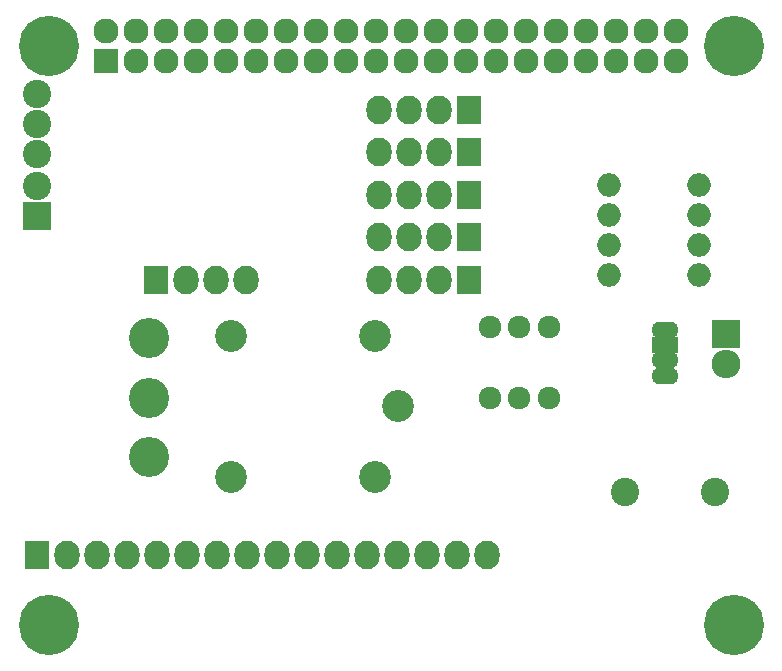
<source format=gbs>
G04 #@! TF.FileFunction,Soldermask,Bot*
%FSLAX46Y46*%
G04 Gerber Fmt 4.6, Leading zero omitted, Abs format (unit mm)*
G04 Created by KiCad (PCBNEW 4.0.2+dfsg1-stable) date  6.06.2016 (пн) 11:52:17 EEST*
%MOMM*%
G01*
G04 APERTURE LIST*
%ADD10C,0.100000*%
%ADD11R,2.127200X2.127200*%
%ADD12O,2.127200X2.127200*%
%ADD13O,2.305000X1.400000*%
%ADD14R,2.305000X1.400000*%
%ADD15C,1.924000*%
%ADD16C,2.400000*%
%ADD17C,5.100000*%
%ADD18R,2.432000X2.432000*%
%ADD19O,2.432000X2.432000*%
%ADD20O,2.000000X2.000000*%
%ADD21C,3.400000*%
%ADD22C,2.700000*%
%ADD23R,2.127200X2.432000*%
%ADD24O,2.127200X2.432000*%
%ADD25R,2.400000X2.400000*%
G04 APERTURE END LIST*
D10*
D11*
X106370000Y-73370000D03*
D12*
X106370000Y-70830000D03*
X108910000Y-73370000D03*
X108910000Y-70830000D03*
X111450000Y-73370000D03*
X111450000Y-70830000D03*
X113990000Y-73370000D03*
X113990000Y-70830000D03*
X116530000Y-73370000D03*
X116530000Y-70830000D03*
X119070000Y-73370000D03*
X119070000Y-70830000D03*
X121610000Y-73370000D03*
X121610000Y-70830000D03*
X124150000Y-73370000D03*
X124150000Y-70830000D03*
X126690000Y-73370000D03*
X126690000Y-70830000D03*
X129230000Y-73370000D03*
X129230000Y-70830000D03*
X131770000Y-73370000D03*
X131770000Y-70830000D03*
X134310000Y-73370000D03*
X134310000Y-70830000D03*
X136850000Y-73370000D03*
X136850000Y-70830000D03*
X139390000Y-73370000D03*
X139390000Y-70830000D03*
X141930000Y-73370000D03*
X141930000Y-70830000D03*
X144470000Y-73370000D03*
X144470000Y-70830000D03*
X147010000Y-73370000D03*
X147010000Y-70830000D03*
X149550000Y-73370000D03*
X149550000Y-70830000D03*
X152090000Y-73370000D03*
X152090000Y-70830000D03*
X154630000Y-73370000D03*
X154630000Y-70830000D03*
D13*
X153700000Y-96100000D03*
D14*
X153700000Y-97400000D03*
D13*
X153700000Y-98700000D03*
X153700000Y-100000000D03*
D15*
X141350000Y-101880000D03*
X143850000Y-101880000D03*
X138850000Y-101880000D03*
X143850000Y-95880000D03*
X141350000Y-95880000D03*
X138850000Y-95880000D03*
D16*
X150324000Y-109878000D03*
X157944000Y-109858000D03*
D17*
X159500000Y-121100000D03*
X159500000Y-72100000D03*
X101500000Y-72100000D03*
X101500000Y-121100000D03*
D18*
X158800000Y-96500000D03*
D19*
X158800000Y-99040000D03*
D20*
X148970000Y-83860000D03*
X148970000Y-86400000D03*
X148970000Y-88940000D03*
X148970000Y-91480000D03*
X156590000Y-91480000D03*
X156590000Y-88940000D03*
X156590000Y-86400000D03*
X156590000Y-83860000D03*
D21*
X110000000Y-96850000D03*
X110000000Y-101850000D03*
X110000000Y-106850000D03*
D22*
X116900000Y-96600000D03*
X129100000Y-96600000D03*
X116900000Y-108600000D03*
X129100000Y-108600000D03*
X131100000Y-102600000D03*
D23*
X100540000Y-115202000D03*
D24*
X103080000Y-115202000D03*
X105620000Y-115202000D03*
X108160000Y-115202000D03*
X110700000Y-115202000D03*
X113240000Y-115202000D03*
X115780000Y-115202000D03*
X118320000Y-115202000D03*
X120860000Y-115202000D03*
X123400000Y-115202000D03*
X125940000Y-115202000D03*
X128480000Y-115202000D03*
X131020000Y-115202000D03*
X133560000Y-115202000D03*
X136100000Y-115202000D03*
X138640000Y-115202000D03*
D16*
X100540000Y-76140000D03*
X100540000Y-78680000D03*
X100540000Y-81220000D03*
D25*
X100520000Y-86500000D03*
D16*
X100520000Y-83960000D03*
D23*
X110600000Y-91900000D03*
D24*
X113140000Y-91900000D03*
X115680000Y-91900000D03*
X118220000Y-91900000D03*
D23*
X137100000Y-91900000D03*
D24*
X134560000Y-91900000D03*
X132020000Y-91900000D03*
X129480000Y-91900000D03*
D23*
X137100000Y-77500000D03*
D24*
X134560000Y-77500000D03*
X132020000Y-77500000D03*
X129480000Y-77500000D03*
D23*
X137100000Y-88300000D03*
D24*
X134560000Y-88300000D03*
X132020000Y-88300000D03*
X129480000Y-88300000D03*
D23*
X137100000Y-84700000D03*
D24*
X134560000Y-84700000D03*
X132020000Y-84700000D03*
X129480000Y-84700000D03*
D23*
X137100000Y-81100000D03*
D24*
X134560000Y-81100000D03*
X132020000Y-81100000D03*
X129480000Y-81100000D03*
M02*

</source>
